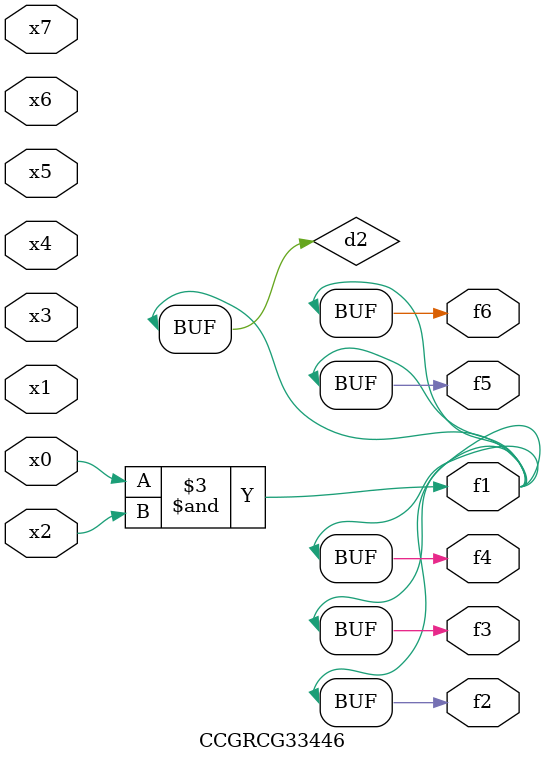
<source format=v>
module CCGRCG33446(
	input x0, x1, x2, x3, x4, x5, x6, x7,
	output f1, f2, f3, f4, f5, f6
);

	wire d1, d2;

	nor (d1, x3, x6);
	and (d2, x0, x2);
	assign f1 = d2;
	assign f2 = d2;
	assign f3 = d2;
	assign f4 = d2;
	assign f5 = d2;
	assign f6 = d2;
endmodule

</source>
